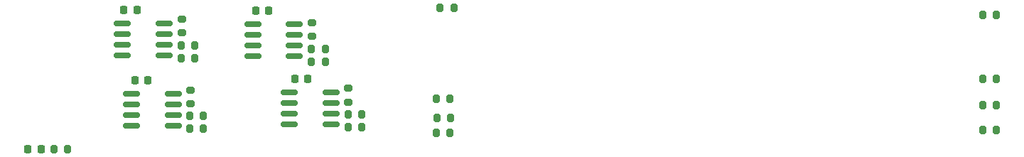
<source format=gbr>
%TF.GenerationSoftware,KiCad,Pcbnew,8.0.1*%
%TF.CreationDate,2024-07-22T07:52:40-07:00*%
%TF.ProjectId,PMOD_differential_driver,504d4f44-5f64-4696-9666-6572656e7469,1*%
%TF.SameCoordinates,Original*%
%TF.FileFunction,Paste,Top*%
%TF.FilePolarity,Positive*%
%FSLAX46Y46*%
G04 Gerber Fmt 4.6, Leading zero omitted, Abs format (unit mm)*
G04 Created by KiCad (PCBNEW 8.0.1) date 2024-07-22 07:52:40*
%MOMM*%
%LPD*%
G01*
G04 APERTURE LIST*
G04 Aperture macros list*
%AMRoundRect*
0 Rectangle with rounded corners*
0 $1 Rounding radius*
0 $2 $3 $4 $5 $6 $7 $8 $9 X,Y pos of 4 corners*
0 Add a 4 corners polygon primitive as box body*
4,1,4,$2,$3,$4,$5,$6,$7,$8,$9,$2,$3,0*
0 Add four circle primitives for the rounded corners*
1,1,$1+$1,$2,$3*
1,1,$1+$1,$4,$5*
1,1,$1+$1,$6,$7*
1,1,$1+$1,$8,$9*
0 Add four rect primitives between the rounded corners*
20,1,$1+$1,$2,$3,$4,$5,0*
20,1,$1+$1,$4,$5,$6,$7,0*
20,1,$1+$1,$6,$7,$8,$9,0*
20,1,$1+$1,$8,$9,$2,$3,0*%
G04 Aperture macros list end*
%ADD10RoundRect,0.200000X0.200000X0.275000X-0.200000X0.275000X-0.200000X-0.275000X0.200000X-0.275000X0*%
%ADD11RoundRect,0.200000X-0.200000X-0.275000X0.200000X-0.275000X0.200000X0.275000X-0.200000X0.275000X0*%
%ADD12RoundRect,0.200000X-0.275000X0.200000X-0.275000X-0.200000X0.275000X-0.200000X0.275000X0.200000X0*%
%ADD13RoundRect,0.218750X0.218750X0.256250X-0.218750X0.256250X-0.218750X-0.256250X0.218750X-0.256250X0*%
%ADD14RoundRect,0.150000X-0.825000X-0.150000X0.825000X-0.150000X0.825000X0.150000X-0.825000X0.150000X0*%
%ADD15RoundRect,0.225000X-0.225000X-0.250000X0.225000X-0.250000X0.225000X0.250000X-0.225000X0.250000X0*%
G04 APERTURE END LIST*
D10*
%TO.C,R22*%
X169608934Y-75689997D03*
X167958934Y-75689997D03*
%TD*%
%TO.C,R7*%
X159087400Y-73449200D03*
X157437400Y-73449200D03*
%TD*%
%TO.C,R10*%
X139217200Y-65227200D03*
X137567200Y-65227200D03*
%TD*%
D11*
%TO.C,R12*%
X233045000Y-72331599D03*
X234695000Y-72331599D03*
%TD*%
D12*
%TO.C,R19*%
X157500400Y-70338200D03*
X157500400Y-71988200D03*
%TD*%
D13*
%TO.C,D1*%
X120908950Y-77622400D03*
X119333950Y-77622400D03*
%TD*%
D14*
%TO.C,U3*%
X130594400Y-62610800D03*
X130594400Y-63880800D03*
X130594400Y-65150800D03*
X130594400Y-66420800D03*
X135544400Y-66420800D03*
X135544400Y-65150800D03*
X135544400Y-63880800D03*
X135544400Y-62610800D03*
%TD*%
D15*
%TO.C,C2*%
X151104000Y-69270400D03*
X152654000Y-69270400D03*
%TD*%
%TO.C,C1*%
X146455800Y-61137800D03*
X148005800Y-61137800D03*
%TD*%
D12*
%TO.C,R3*%
X153162000Y-62527200D03*
X153162000Y-64177200D03*
%TD*%
D11*
%TO.C,R13*%
X138581200Y-75163200D03*
X140231200Y-75163200D03*
%TD*%
%TO.C,R9*%
X137567200Y-66751200D03*
X139217200Y-66751200D03*
%TD*%
D14*
%TO.C,U1*%
X146115000Y-62717200D03*
X146115000Y-63987200D03*
X146115000Y-65257200D03*
X146115000Y-66527200D03*
X151065000Y-66527200D03*
X151065000Y-65257200D03*
X151065000Y-63987200D03*
X151065000Y-62717200D03*
%TD*%
D10*
%TO.C,R14*%
X140231200Y-73639200D03*
X138581200Y-73639200D03*
%TD*%
D11*
%TO.C,R2*%
X168021934Y-73911997D03*
X169671934Y-73911997D03*
%TD*%
D10*
%TO.C,R11*%
X234695000Y-69214999D03*
X233045000Y-69214999D03*
%TD*%
D12*
%TO.C,R8*%
X137630200Y-62116200D03*
X137630200Y-63766200D03*
%TD*%
D15*
%TO.C,C3*%
X130759200Y-61036200D03*
X132309200Y-61036200D03*
%TD*%
D10*
%TO.C,R4*%
X154749000Y-65638200D03*
X153099000Y-65638200D03*
%TD*%
D15*
%TO.C,C4*%
X132054000Y-69372000D03*
X133604000Y-69372000D03*
%TD*%
D14*
%TO.C,U4*%
X131672400Y-70972200D03*
X131672400Y-72242200D03*
X131672400Y-73512200D03*
X131672400Y-74782200D03*
X136622400Y-74782200D03*
X136622400Y-73512200D03*
X136622400Y-72242200D03*
X136622400Y-70972200D03*
%TD*%
%TO.C,U2*%
X150453400Y-70845200D03*
X150453400Y-72115200D03*
X150453400Y-73385200D03*
X150453400Y-74655200D03*
X155403400Y-74655200D03*
X155403400Y-73385200D03*
X155403400Y-72115200D03*
X155403400Y-70845200D03*
%TD*%
D11*
%TO.C,R21*%
X168440600Y-60756800D03*
X170090600Y-60756800D03*
%TD*%
%TO.C,R6*%
X157437400Y-74973200D03*
X159087400Y-74973200D03*
%TD*%
%TO.C,R24*%
X233045000Y-61595000D03*
X234695000Y-61595000D03*
%TD*%
D10*
%TO.C,R23*%
X234695000Y-75310999D03*
X233045000Y-75310999D03*
%TD*%
D12*
%TO.C,R20*%
X138657400Y-70553600D03*
X138657400Y-72203600D03*
%TD*%
D11*
%TO.C,R5*%
X153099000Y-67162200D03*
X154749000Y-67162200D03*
%TD*%
D10*
%TO.C,R15*%
X124073050Y-77622400D03*
X122423050Y-77622400D03*
%TD*%
%TO.C,R1*%
X169608934Y-71625996D03*
X167958934Y-71625996D03*
%TD*%
M02*

</source>
